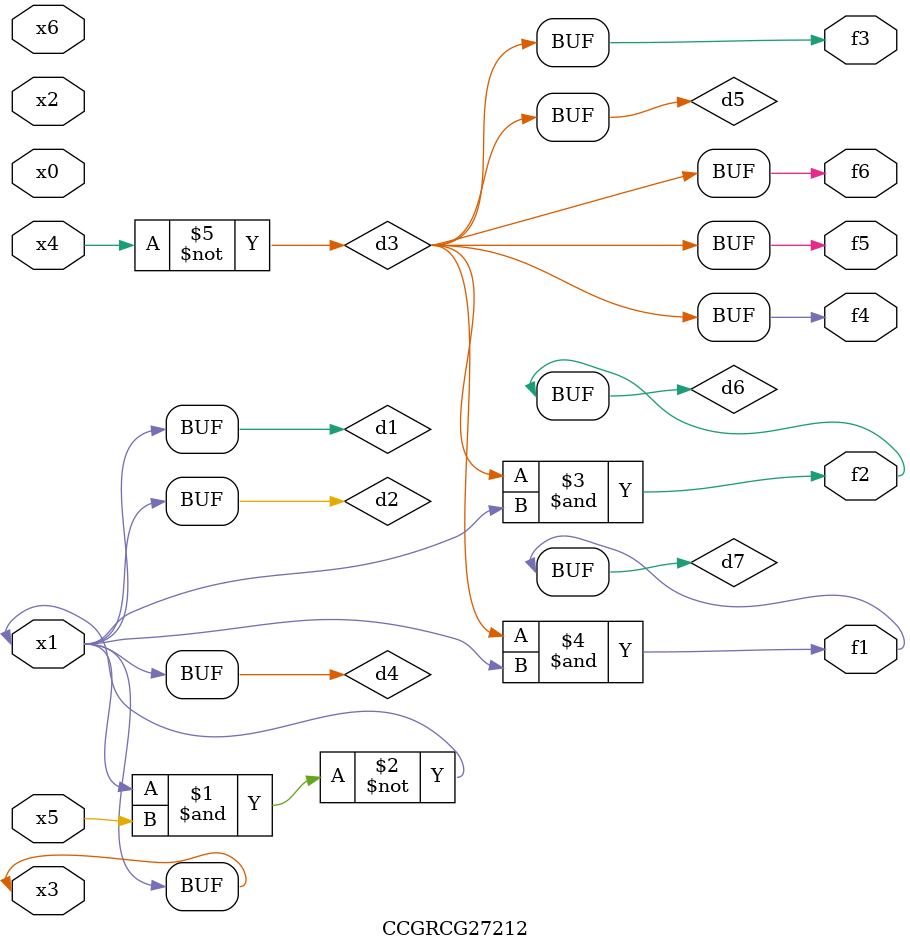
<source format=v>
module CCGRCG27212(
	input x0, x1, x2, x3, x4, x5, x6,
	output f1, f2, f3, f4, f5, f6
);

	wire d1, d2, d3, d4, d5, d6, d7;

	buf (d1, x1, x3);
	nand (d2, x1, x5);
	not (d3, x4);
	buf (d4, d1, d2);
	buf (d5, d3);
	and (d6, d3, d4);
	and (d7, d3, d4);
	assign f1 = d7;
	assign f2 = d6;
	assign f3 = d5;
	assign f4 = d5;
	assign f5 = d5;
	assign f6 = d5;
endmodule

</source>
